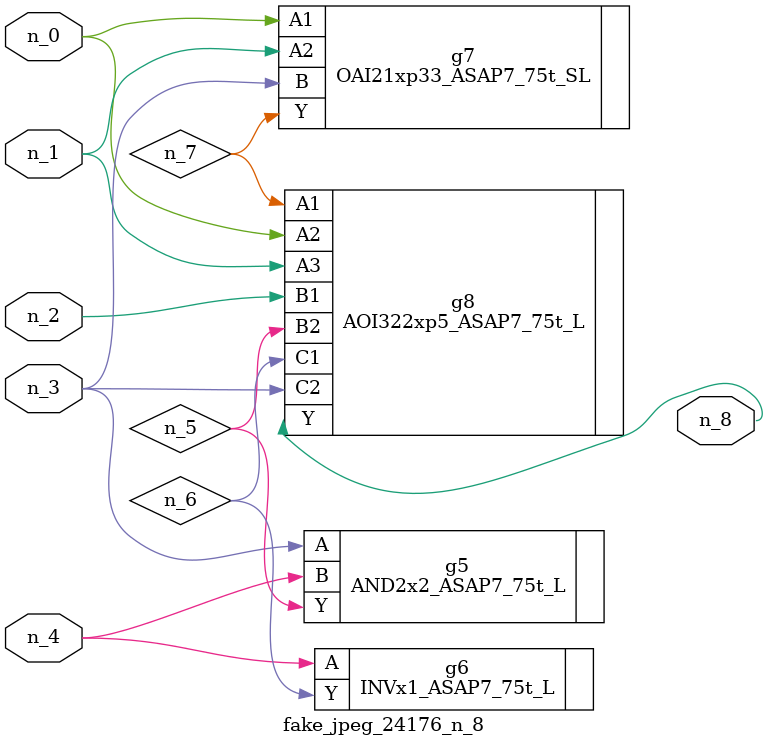
<source format=v>
module fake_jpeg_24176_n_8 (n_3, n_2, n_1, n_0, n_4, n_8);

input n_3;
input n_2;
input n_1;
input n_0;
input n_4;

output n_8;

wire n_6;
wire n_5;
wire n_7;

AND2x2_ASAP7_75t_L g5 ( 
.A(n_3),
.B(n_4),
.Y(n_5)
);

INVx1_ASAP7_75t_L g6 ( 
.A(n_4),
.Y(n_6)
);

OAI21xp33_ASAP7_75t_SL g7 ( 
.A1(n_0),
.A2(n_1),
.B(n_3),
.Y(n_7)
);

AOI322xp5_ASAP7_75t_L g8 ( 
.A1(n_7),
.A2(n_0),
.A3(n_1),
.B1(n_2),
.B2(n_5),
.C1(n_6),
.C2(n_3),
.Y(n_8)
);


endmodule
</source>
